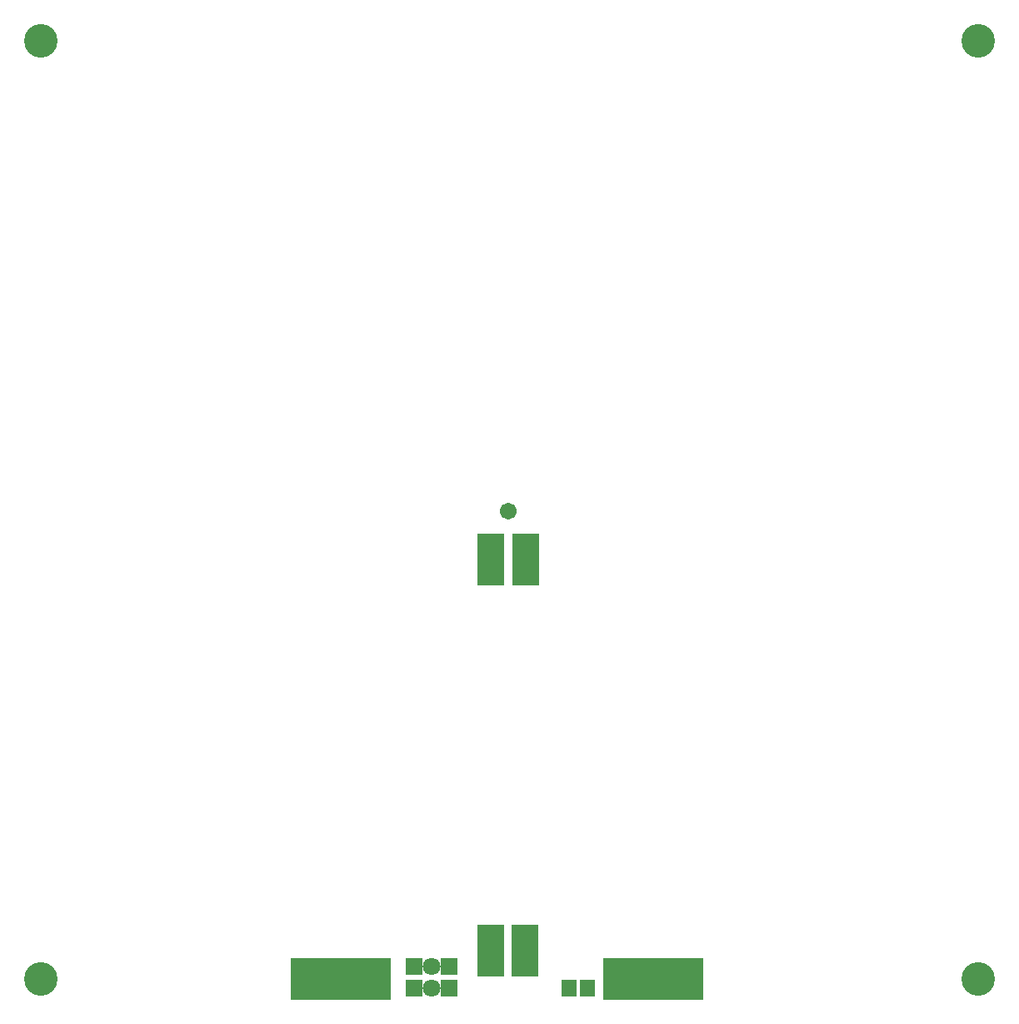
<source format=gbs>
G75*
%MOIN*%
%OFA0B0*%
%FSLAX24Y24*%
%IPPOS*%
%LPD*%
%AMOC8*
5,1,8,0,0,1.08239X$1,22.5*
%
%ADD10C,0.0671*%
%ADD11C,0.1340*%
%ADD12R,0.0671X0.0671*%
%ADD13C,0.0710*%
%ADD14R,0.0592X0.0671*%
%ADD15R,0.4017X0.1655*%
%ADD16C,0.1261*%
%ADD17R,0.1080X0.2080*%
D10*
X022445Y022578D03*
D11*
X003760Y003893D03*
X041260Y003893D03*
X041260Y041393D03*
X003760Y041393D03*
D12*
X018696Y004393D03*
X018696Y003518D03*
X020073Y003518D03*
X020073Y004393D03*
D13*
X019385Y004393D03*
X019385Y003518D03*
D14*
X024885Y003518D03*
X025634Y003518D03*
D15*
X028260Y003893D03*
X015760Y003893D03*
D16*
X015691Y003893D02*
X014510Y003893D01*
X028328Y003893D02*
X029510Y003893D01*
D17*
X023135Y005018D03*
X021760Y005018D03*
X021760Y020643D03*
X023153Y020643D03*
M02*

</source>
